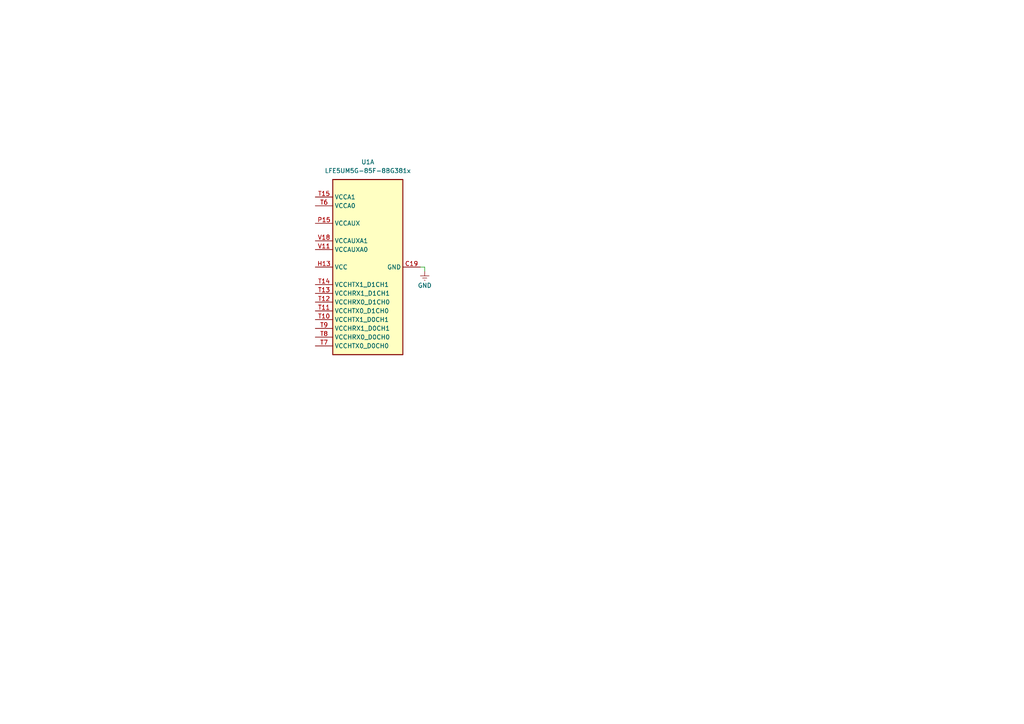
<source format=kicad_sch>
(kicad_sch (version 20250114) (generator "eeschema") (generator_version "9.0")
  (paper "A4")
  (lib_symbols
    (symbol "FPGA_Lattice:LFE5UM5G-85F-8BG381x"
      (property "Reference" "U" (at 24.13 16.51 0))
      (property "Value" "LFE5UM5G-85F-8BG381x" (at 24.13 13.97 0))
      (symbol "LFE5UM5G-85F-8BG381x_1_1"
        (rectangle (start -25.4 10.16) (end 25.4 -10.16) (stroke (width 0.3048)) (fill (type background)))
        (pin power_in line (at -22.86 15.24 270) (length 5.08) (name "VCCHTX0_D0CH0") (number "T7"))
        (pin power_in line (at -20.32 15.24 270) (length 5.08) (name "VCCHRX0_D0CH0") (number "T8"))
        (pin power_in line (at -17.78 15.24 270) (length 5.08) (name "VCCHRX1_D0CH1") (number "T9"))
        (pin power_in line (at -15.24 15.24 270) (length 5.08) (name "VCCHTX1_D0CH1") (number "T10"))
        (pin power_in line (at -12.7 15.24 270) (length 5.08) (name "VCCHTX0_D1CH0") (number "T11"))
        (pin power_in line (at -10.16 15.24 270) (length 5.08) (name "VCCHRX0_D1CH0") (number "T12"))
        (pin power_in line (at -7.62 15.24 270) (length 5.08) (name "VCCHRX1_D1CH1") (number "T13"))
        (pin power_in line (at -5.08 15.24 270) (length 5.08) (name "VCCHTX1_D1CH1") (number "T14"))
        (pin passive line (at 0 15.24 270) (length 5.08) (hide yes) (name "VCC") (number "H10"))
        (pin passive line (at 0 15.24 270) (length 5.08) (hide yes) (name "VCC") (number "H11"))
        (pin passive line (at 0 15.24 270) (length 5.08) (hide yes) (name "VCC") (number "H12"))
        (pin power_in line (at 0 15.24 270) (length 5.08) (name "VCC") (number "H13"))
        (pin passive line (at 0 15.24 270) (length 5.08) (hide yes) (name "VCC") (number "H8"))
        (pin passive line (at 0 15.24 270) (length 5.08) (hide yes) (name "VCC") (number "H9"))
        (pin passive line (at 0 15.24 270) (length 5.08) (hide yes) (name "VCC") (number "J13"))
        (pin passive line (at 0 15.24 270) (length 5.08) (hide yes) (name "VCC") (number "J8"))
        (pin passive line (at 0 15.24 270) (length 5.08) (hide yes) (name "VCC") (number "K13"))
        (pin passive line (at 0 15.24 270) (length 5.08) (hide yes) (name "VCC") (number "K8"))
        (pin passive line (at 0 15.24 270) (length 5.08) (hide yes) (name "VCC") (number "L13"))
        (pin passive line (at 0 15.24 270) (length 5.08) (hide yes) (name "VCC") (number "L8"))
        (pin passive line (at 0 15.24 270) (length 5.08) (hide yes) (name "VCC") (number "M13"))
        (pin passive line (at 0 15.24 270) (length 5.08) (hide yes) (name "VCC") (number "M8"))
        (pin passive line (at 0 15.24 270) (length 5.08) (hide yes) (name "VCC") (number "N10"))
        (pin passive line (at 0 15.24 270) (length 5.08) (hide yes) (name "VCC") (number "N11"))
        (pin passive line (at 0 15.24 270) (length 5.08) (hide yes) (name "VCC") (number "N12"))
        (pin passive line (at 0 15.24 270) (length 5.08) (hide yes) (name "VCC") (number "N13"))
        (pin passive line (at 0 15.24 270) (length 5.08) (hide yes) (name "VCC") (number "N8"))
        (pin passive line (at 0 15.24 270) (length 5.08) (hide yes) (name "VCC") (number "N9"))
        (pin passive line (at 0 -15.24 90) (length 5.08) (hide yes) (name "GND") (number "B14"))
        (pin passive line (at 0 -15.24 90) (length 5.08) (hide yes) (name "GND") (number "B7"))
        (pin power_in line (at 0 -15.24 90) (length 5.08) (name "GND") (number "C19"))
        (pin passive line (at 0 -15.24 90) (length 5.08) (hide yes) (name "GND") (number "D4"))
        (pin passive line (at 0 -15.24 90) (length 5.08) (hide yes) (name "GND") (number "F13"))
        (pin passive line (at 0 -15.24 90) (length 5.08) (hide yes) (name "GND") (number "F14"))
        (pin passive line (at 0 -15.24 90) (length 5.08) (hide yes) (name "GND") (number "F7"))
        (pin passive line (at 0 -15.24 90) (length 5.08) (hide yes) (name "GND") (number "F8"))
        (pin passive line (at 0 -15.24 90) (length 5.08) (hide yes) (name "GND") (number "G10"))
        (pin passive line (at 0 -15.24 90) (length 5.08) (hide yes) (name "GND") (number "G11"))
        (pin passive line (at 0 -15.24 90) (length 5.08) (hide yes) (name "GND") (number "G12"))
        (pin passive line (at 0 -15.24 90) (length 5.08) (hide yes) (name "GND") (number "G13"))
        (pin passive line (at 0 -15.24 90) (length 5.08) (hide yes) (name "GND") (number "G14"))
        (pin passive line (at 0 -15.24 90) (length 5.08) (hide yes) (name "GND") (number "G15"))
        (pin passive line (at 0 -15.24 90) (length 5.08) (hide yes) (name "GND") (number "G17"))
        (pin passive line (at 0 -15.24 90) (length 5.08) (hide yes) (name "GND") (number "G4"))
        (pin passive line (at 0 -15.24 90) (length 5.08) (hide yes) (name "GND") (number "G6"))
        (pin passive line (at 0 -15.24 90) (length 5.08) (hide yes) (name "GND") (number "G7"))
        (pin passive line (at 0 -15.24 90) (length 5.08) (hide yes) (name "GND") (number "G8"))
        (pin passive line (at 0 -15.24 90) (length 5.08) (hide yes) (name "GND") (number "G9"))
        (pin passive line (at 0 -15.24 90) (length 5.08) (hide yes) (name "GND") (number "H19"))
        (pin passive line (at 0 -15.24 90) (length 5.08) (hide yes) (name "GND") (number "J10"))
        (pin passive line (at 0 -15.24 90) (length 5.08) (hide yes) (name "GND") (number "J11"))
        (pin passive line (at 0 -15.24 90) (length 5.08) (hide yes) (name "GND") (number "J12"))
        (pin passive line (at 0 -15.24 90) (length 5.08) (hide yes) (name "GND") (number "J14"))
        (pin passive line (at 0 -15.24 90) (length 5.08) (hide yes) (name "GND") (number "J2"))
        (pin passive line (at 0 -15.24 90) (length 5.08) (hide yes) (name "GND") (number "J7"))
        (pin passive line (at 0 -15.24 90) (length 5.08) (hide yes) (name "GND") (number "J9"))
        (pin passive line (at 0 -15.24 90) (length 5.08) (hide yes) (name "GND") (number "K10"))
        (pin passive line (at 0 -15.24 90) (length 5.08) (hide yes) (name "GND") (number "K11"))
        (pin passive line (at 0 -15.24 90) (length 5.08) (hide yes) (name "GND") (number "K12"))
        (pin passive line (at 0 -15.24 90) (length 5.08) (hide yes) (name "GND") (number "K14"))
        (pin passive line (at 0 -15.24 90) (length 5.08) (hide yes) (name "GND") (number "K15"))
        (pin passive line (at 0 -15.24 90) (length 5.08) (hide yes) (name "GND") (number "K6"))
        (pin passive line (at 0 -15.24 90) (length 5.08) (hide yes) (name "GND") (number "K7"))
        (pin passive line (at 0 -15.24 90) (length 5.08) (hide yes) (name "GND") (number "K9"))
        (pin passive line (at 0 -15.24 90) (length 5.08) (hide yes) (name "GND") (number "L10"))
        (pin passive line (at 0 -15.24 90) (length 5.08) (hide yes) (name "GND") (number "L11"))
        (pin passive line (at 0 -15.24 90) (length 5.08) (hide yes) (name "GND") (number "L12"))
        (pin passive line (at 0 -15.24 90) (length 5.08) (hide yes) (name "GND") (number "L9"))
        (pin passive line (at 0 -15.24 90) (length 5.08) (hide yes) (name "GND") (number "M10"))
        (pin passive line (at 0 -15.24 90) (length 5.08) (hide yes) (name "GND") (number "M11"))
        (pin passive line (at 0 -15.24 90) (length 5.08) (hide yes) (name "GND") (number "M12"))
        (pin passive line (at 0 -15.24 90) (length 5.08) (hide yes) (name "GND") (number "M14"))
        (pin passive line (at 0 -15.24 90) (length 5.08) (hide yes) (name "GND") (number "M16"))
        (pin passive line (at 0 -15.24 90) (length 5.08) (hide yes) (name "GND") (number "M2"))
        (pin passive line (at 0 -15.24 90) (length 5.08) (hide yes) (name "GND") (number "M7"))
        (pin passive line (at 0 -15.24 90) (length 5.08) (hide yes) (name "GND") (number "M9"))
        (pin passive line (at 0 -15.24 90) (length 5.08) (hide yes) (name "GND") (number "N14"))
        (pin passive line (at 0 -15.24 90) (length 5.08) (hide yes) (name "GND") (number "N15"))
        (pin passive line (at 0 -15.24 90) (length 5.08) (hide yes) (name "GND") (number "N6"))
        (pin passive line (at 0 -15.24 90) (length 5.08) (hide yes) (name "GND") (number "N7"))
        (pin passive line (at 0 -15.24 90) (length 5.08) (hide yes) (name "GND") (number "P11"))
        (pin passive line (at 0 -15.24 90) (length 5.08) (hide yes) (name "GND") (number "P12"))
        (pin passive line (at 0 -15.24 90) (length 5.08) (hide yes) (name "GND") (number "P13"))
        (pin passive line (at 0 -15.24 90) (length 5.08) (hide yes) (name "GND") (number "P14"))
        (pin passive line (at 0 -15.24 90) (length 5.08) (hide yes) (name "GND") (number "P7"))
        (pin passive line (at 0 -15.24 90) (length 5.08) (hide yes) (name "GND") (number "P8"))
        (pin passive line (at 0 -15.24 90) (length 5.08) (hide yes) (name "GND") (number "R19"))
        (pin passive line (at 0 -15.24 90) (length 5.08) (hide yes) (name "GND") (number "U10"))
        (pin passive line (at 0 -15.24 90) (length 5.08) (hide yes) (name "GND") (number "U11"))
        (pin passive line (at 0 -15.24 90) (length 5.08) (hide yes) (name "GND") (number "U12"))
        (pin passive line (at 0 -15.24 90) (length 5.08) (hide yes) (name "GND") (number "U13"))
        (pin passive line (at 0 -15.24 90) (length 5.08) (hide yes) (name "GND") (number "U14"))
        (pin passive line (at 0 -15.24 90) (length 5.08) (hide yes) (name "GND") (number "U7"))
        (pin passive line (at 0 -15.24 90) (length 5.08) (hide yes) (name "GND") (number "U8"))
        (pin passive line (at 0 -15.24 90) (length 5.08) (hide yes) (name "GND") (number "U9"))
        (pin passive line (at 0 -15.24 90) (length 5.08) (hide yes) (name "GND") (number "V12"))
        (pin passive line (at 0 -15.24 90) (length 5.08) (hide yes) (name "GND") (number "V13"))
        (pin passive line (at 0 -15.24 90) (length 5.08) (hide yes) (name "GND") (number "V14"))
        (pin passive line (at 0 -15.24 90) (length 5.08) (hide yes) (name "GND") (number "V15"))
        (pin passive line (at 0 -15.24 90) (length 5.08) (hide yes) (name "GND") (number "V16"))
        (pin passive line (at 0 -15.24 90) (length 5.08) (hide yes) (name "GND") (number "V19"))
        (pin passive line (at 0 -15.24 90) (length 5.08) (hide yes) (name "GND") (number "V20"))
        (pin passive line (at 0 -15.24 90) (length 5.08) (hide yes) (name "GND") (number "V5"))
        (pin passive line (at 0 -15.24 90) (length 5.08) (hide yes) (name "GND") (number "V6"))
        (pin passive line (at 0 -15.24 90) (length 5.08) (hide yes) (name "GND") (number "V7"))
        (pin passive line (at 0 -15.24 90) (length 5.08) (hide yes) (name "GND") (number "V8"))
        (pin passive line (at 0 -15.24 90) (length 5.08) (hide yes) (name "GND") (number "V9"))
        (pin passive line (at 0 -15.24 90) (length 5.08) (hide yes) (name "GND") (number "W12"))
        (pin passive line (at 0 -15.24 90) (length 5.08) (hide yes) (name "GND") (number "W15"))
        (pin passive line (at 0 -15.24 90) (length 5.08) (hide yes) (name "GND") (number "W16"))
        (pin passive line (at 0 -15.24 90) (length 5.08) (hide yes) (name "GND") (number "W19"))
        (pin passive line (at 0 -15.24 90) (length 5.08) (hide yes) (name "GND") (number "W6"))
        (pin passive line (at 0 -15.24 90) (length 5.08) (hide yes) (name "GND") (number "W7"))
        (pin passive line (at 5.08 15.24 270) (length 5.08) (hide yes) (name "VCCAUXA0") (number "V10"))
        (pin power_in line (at 5.08 15.24 270) (length 5.08) (name "VCCAUXA0") (number "V11"))
        (pin passive line (at 7.62 15.24 270) (length 5.08) (hide yes) (name "VCCAUXA1") (number "V17"))
        (pin power_in line (at 7.62 15.24 270) (length 5.08) (name "VCCAUXA1") (number "V18"))
        (pin passive line (at 12.7 15.24 270) (length 5.08) (hide yes) (name "VCCAUX") (number "F15"))
        (pin passive line (at 12.7 15.24 270) (length 5.08) (hide yes) (name "VCCAUX") (number "F6"))
        (pin power_in line (at 12.7 15.24 270) (length 5.08) (name "VCCAUX") (number "P15"))
        (pin passive line (at 12.7 15.24 270) (length 5.08) (hide yes) (name "VCCAUX") (number "P6"))
        (pin power_in line (at 17.78 15.24 270) (length 5.08) (name "VCCA0") (number "T6"))
        (pin passive line (at 17.78 15.24 270) (length 5.08) (hide yes) (name "VCCA0") (number "U6"))
        (pin power_in line (at 20.32 15.24 270) (length 5.08) (name "VCCA1") (number "T15"))
        (pin passive line (at 20.32 15.24 270) (length 5.08) (hide yes) (name "VCCA1") (number "U15"))
      )
      (symbol "LFE5UM5G-85F-8BG381x_2_1"
        (rectangle (start -5.08 40.64) (end 5.08 -40.64) (stroke (width 0.3048)) (fill (type background)))
        (pin bidirectional line (at -10.16 30.48 0) (length 5.08) (name "PT4A") (number "A6"))
        (pin bidirectional line (at -10.16 27.94 0) (length 5.08) (name "PT4B") (number "B6"))
        (pin bidirectional line (at -10.16 25.4 0) (length 5.08) (name "PT6A") (number "E6"))
        (pin bidirectional line (at -10.16 22.86 0) (length 5.08) (name "PT6B") (number "D6"))
        (pin bidirectional line (at -10.16 20.32 0) (length 5.08) (name "PT9A") (number "E7"))
        (pin bidirectional line (at -10.16 17.78 0) (length 5.08) (name "PT9B") (number "D7"))
        (pin bidirectional line (at -10.16 15.24 0) (length 5.08) (name "PT11A") (number "C6"))
        (pin bidirectional line (at -10.16 12.7 0) (length 5.08) (name "PT11B") (number "C7"))
        (pin bidirectional line (at -10.16 10.16 0) (length 5.08) (name "PT13A") (number "E8"))
        (pin bidirectional line (at -10.16 7.62 0) (length 5.08) (name "PT13B") (number "D8"))
        (pin bidirectional line (at -10.16 5.08 0) (length 5.08) (name "PT15A") (number "C8"))
        (pin bidirectional line (at -10.16 2.54 0) (length 5.08) (name "PT15B") (number "B8"))
        (pin bidirectional line (at -10.16 0 0) (length 5.08) (name "PT18A") (number "A7"))
        (pin bidirectional line (at -10.16 -2.54 0) (length 5.08) (name "PT18B") (number "A8"))
        (pin bidirectional line (at -10.16 -5.08 0) (length 5.08) (name "PT20A") (number "D9"))
        (pin bidirectional line (at -10.16 -7.62 0) (length 5.08) (name "PT20B") (number "E9"))
        (pin bidirectional line (at -10.16 -10.16 0) (length 5.08) (name "PT54A") (number "C9"))
        (pin bidirectional line (at -10.16 -12.7 0) (length 5.08) (name "PT56A") (number "D10"))
        (pin bidirectional line (at -10.16 -15.24 0) (length 5.08) (name "PT56B") (number "E10"))
        (pin bidirectional line (at -10.16 -17.78 0) (length 5.08) (name "PT58A") (number "B9"))
        (pin bidirectional line (at -10.16 -20.32 0) (length 5.08) (name "PT58B") (number "C10"))
        (pin bidirectional line (at -10.16 -22.86 0) (length 5.08) (name "PT60A") (number "A9"))
        (pin bidirectional line (at -10.16 -25.4 0) (length 5.08) (name "PT60B") (number "B10"))
        (pin bidirectional line (at -10.16 -27.94 0) (length 5.08) (name "PT63A") (number "A10"))
        (pin bidirectional line (at -10.16 -30.48 0) (length 5.08) (name "PT63B") (number "A11"))
        (pin bidirectional line (at -10.16 -33.02 0) (length 5.08) (name "PT65A") (number "B11"))
        (pin bidirectional line (at -10.16 -35.56 0) (length 5.08) (name "PT65B") (number "C11"))
        (pin power_in line (at 0 45.72 270) (length 5.08) (name "VCCIO0") (number "F10"))
        (pin passive line (at 0 45.72 270) (length 5.08) (hide yes) (name "VCCIO0") (number "F9"))
      )
      (symbol "LFE5UM5G-85F-8BG381x_3_1"
        (rectangle (start -5.08 48.26) (end 5.08 -48.26) (stroke (width 0.3048)) (fill (type background)))
        (pin bidirectional line (at -10.16 38.1 0) (length 5.08) (name "PT69A") (number "D11"))
        (pin bidirectional line (at -10.16 35.56 0) (length 5.08) (name "PT69B") (number "E11"))
        (pin bidirectional line (at -10.16 33.02 0) (length 5.08) (name "PT71A") (number "B12"))
        (pin bidirectional line (at -10.16 30.48 0) (length 5.08) (name "PT71B") (number "C12"))
        (pin bidirectional line (at -10.16 27.94 0) (length 5.08) (name "PT74A") (number "D12"))
        (pin bidirectional line (at -10.16 25.4 0) (length 5.08) (name "PT74B") (number "E12"))
        (pin bidirectional line (at -10.16 22.86 0) (length 5.08) (name "PT76A") (number "A12"))
        (pin bidirectional line (at -10.16 20.32 0) (length 5.08) (name "PT76B") (number "A13"))
        (pin bidirectional line (at -10.16 17.78 0) (length 5.08) (name "PT78A") (number "B13"))
        (pin bidirectional line (at -10.16 15.24 0) (length 5.08) (name "PT78B") (number "C13"))
        (pin bidirectional line (at -10.16 12.7 0) (length 5.08) (name "PT80A") (number "D13"))
        (pin bidirectional line (at -10.16 10.16 0) (length 5.08) (name "PT80B") (number "E13"))
        (pin bidirectional line (at -10.16 7.62 0) (length 5.08) (name "PT83A") (number "A14"))
        (pin bidirectional line (at -10.16 5.08 0) (length 5.08) (name "PT83B") (number "C14"))
        (pin bidirectional line (at -10.16 2.54 0) (length 5.08) (name "PT85A") (number "D14"))
        (pin bidirectional line (at -10.16 0 0) (length 5.08) (name "PT85B") (number "E14"))
        (pin bidirectional line (at -10.16 -2.54 0) (length 5.08) (name "PT103A") (number "A15"))
        (pin bidirectional line (at -10.16 -5.08 0) (length 5.08) (name "PT105A") (number "B15"))
        (pin bidirectional line (at -10.16 -7.62 0) (length 5.08) (name "PT105B") (number "C15"))
        (pin bidirectional line (at -10.16 -10.16 0) (length 5.08) (name "PT107A") (number "D15"))
        (pin bidirectional line (at -10.16 -12.7 0) (length 5.08) (name "PT107B") (number "E15"))
        (pin bidirectional line (at -10.16 -15.24 0) (length 5.08) (name "PT110A") (number "A16"))
        (pin bidirectional line (at -10.16 -17.78 0) (length 5.08) (name "PT110B") (number "B16"))
        (pin bidirectional line (at -10.16 -20.32 0) (length 5.08) (name "PT112A") (number "C16"))
        (pin bidirectional line (at -10.16 -22.86 0) (length 5.08) (name "PT112B") (number "D16"))
        (pin bidirectional line (at -10.16 -25.4 0) (length 5.08) (name "PT114A") (number "B17"))
        (pin bidirectional line (at -10.16 -27.94 0) (length 5.08) (name "PT114B") (number "C17"))
        (pin bidirectional line (at -10.16 -30.48 0) (length 5.08) (name "PT116A") (number "A17"))
        (pin bidirectional line (at -10.16 -33.02 0) (length 5.08) (name "PT116B") (number "B18"))
        (pin bidirectional line (at -10.16 -35.56 0) (length 5.08) (name "PT119A") (number "A18"))
        (pin bidirectional line (at -10.16 -38.1 0) (length 5.08) (name "PT119B") (number "B19"))
        (pin bidirectional line (at -10.16 -40.64 0) (length 5.08) (name "PT121A") (number "A19"))
        (pin bidirectional line (at -10.16 -43.18 0) (length 5.08) (name "PT121B") (number "B20"))
        (pin passive line (at 0 53.34 270) (length 5.08) (hide yes) (name "VCCIO1") (number "F11"))
        (pin power_in line (at 0 53.34 270) (length 5.08) (name "VCCIO1") (number "F12"))
      )
      (symbol "LFE5UM5G-85F-8BG381x_4_1"
        (rectangle (start -5.08 48.26) (end 5.08 -48.26) (stroke (width 0.3048)) (fill (type background)))
        (pin bidirectional line (at -10.16 38.1 0) (length 5.08) (name "PR11A") (number "C18"))
        (pin bidirectional line (at -10.16 35.56 0) (length 5.08) (name "PR11B") (number "D17"))
        (pin bidirectional line (at -10.16 33.02 0) (length 5.08) (name "PR11C") (number "E16"))
        (pin bidirectional line (at -10.16 30.48 0) (length 5.08) (name "PR11D") (number "F16"))
        (pin bidirectional line (at -10.16 27.94 0) (length 5.08) (name "PR14A") (number "D18"))
        (pin bidirectional line (at -10.16 25.4 0) (length 5.08) (name "PR14B") (number "E17"))
        (pin bidirectional line (at -10.16 22.86 0) (length 5.08) (name "PR14C") (number "E18"))
        (pin bidirectional line (at -10.16 20.32 0) (length 5.08) (name "PR14D") (number "F18"))
        (pin bidirectional line (at -10.16 17.78 0) (length 5.08) (name "PR17A") (number "F17"))
        (pin bidirectional line (at -10.16 15.24 0) (length 5.08) (name "PR17B") (number "G18"))
        (pin bidirectional line (at -10.16 12.7 0) (length 5.08) (name "PR17C") (number "G16"))
        (pin bidirectional line (at -10.16 10.16 0) (length 5.08) (name "PR17D") (number "H16"))
        (pin bidirectional line (at -10.16 7.62 0) (length 5.08) (name "PR20A") (number "H18"))
        (pin bidirectional line (at -10.16 5.08 0) (length 5.08) (name "PR20B") (number "H17"))
        (pin bidirectional line (at -10.16 2.54 0) (length 5.08) (name "PR20C") (number "J17"))
        (pin bidirectional line (at -10.16 0 0) (length 5.08) (name "PR20D") (number "J16"))
        (pin bidirectional line (at -10.16 -2.54 0) (length 5.08) (name "PR29A") (number "K16"))
        (pin bidirectional line (at -10.16 -5.08 0) (length 5.08) (name "PR29B") (number "K17"))
        (pin bidirectional line (at -10.16 -7.62 0) (length 5.08) (name "PR35A") (number "C20"))
        (pin bidirectional line (at -10.16 -10.16 0) (length 5.08) (name "PR35B") (number "D19"))
        (pin bidirectional line (at -10.16 -12.7 0) (length 5.08) (name "PR35C") (number "D20"))
        (pin bidirectional line (at -10.16 -15.24 0) (length 5.08) (name "PR35D") (number "E19"))
        (pin bidirectional line (at -10.16 -17.78 0) (length 5.08) (name "PR38A") (number "E20"))
        (pin bidirectional line (at -10.16 -20.32 0) (length 5.08) (name "PR38B") (number "F19"))
        (pin bidirectional line (at -10.16 -22.86 0) (length 5.08) (name "PR38C") (number "F20"))
        (pin bidirectional line (at -10.16 -25.4 0) (length 5.08) (name "PR38D") (number "G20"))
        (pin bidirectional line (at -10.16 -27.94 0) (length 5.08) (name "PR41A") (number "G19"))
        (pin bidirectional line (at -10.16 -30.48 0) (length 5.08) (name "PR41B") (number "H20"))
        (pin bidirectional line (at -10.16 -33.02 0) (length 5.08) (name "PR41C") (number "J18"))
        (pin bidirectional line (at -10.16 -35.56 0) (length 5.08) (name "PR41D") (number "K18"))
        (pin bidirectional line (at -10.16 -38.1 0) (length 5.08) (name "PR44A") (number "J19"))
        (pin bidirectional line (at -10.16 -40.64 0) (length 5.08) (name "PR44B") (number "K19"))
        (pin bidirectional line (at -10.16 -43.18 0) (length 5.08) (name "PR44C") (number "J20"))
        (pin bidirectional line (at -10.16 -45.72 0) (length 5.08) (name "PR44D") (number "K20"))
        (pin passive line (at 0 53.34 270) (length 5.08) (hide yes) (name "VCCIO2") (number "H14"))
        (pin power_in line (at 0 53.34 270) (length 5.08) (name "VCCIO2") (number "H15"))
        (pin passive line (at 0 53.34 270) (length 5.08) (hide yes) (name "VCCIO2") (number "J15"))
      )
      (symbol "LFE5UM5G-85F-8BG381x_5_1"
        (rectangle (start -5.08 48.26) (end 5.08 -48.26) (stroke (width 0.3048)) (fill (type background)))
        (pin bidirectional line (at -10.16 38.1 0) (length 5.08) (name "PR47A") (number "L20"))
        (pin bidirectional line (at -10.16 35.56 0) (length 5.08) (name "PR47B") (number "M20"))
        (pin bidirectional line (at -10.16 33.02 0) (length 5.08) (name "PR47C") (number "L19"))
        (pin bidirectional line (at -10.16 30.48 0) (length 5.08) (name "PR47D") (number "M19"))
        (pin bidirectional line (at -10.16 27.94 0) (length 5.08) (name "PR50A") (number "L16"))
        (pin bidirectional line (at -10.16 25.4 0) (length 5.08) (name "PR50B") (number "L17"))
        (pin bidirectional line (at -10.16 22.86 0) (length 5.08) (name "PR50C") (number "L18"))
        (pin bidirectional line (at -10.16 20.32 0) (length 5.08) (name "PR50D") (number "M18"))
        (pin bidirectional line (at -10.16 17.78 0) (length 5.08) (name "PR53A") (number "N16"))
        (pin bidirectional line (at -10.16 15.24 0) (length 5.08) (name "PR53B") (number "M17"))
        (pin bidirectional line (at -10.16 12.7 0) (length 5.08) (name "PR53C") (number "N18"))
        (pin bidirectional line (at -10.16 10.16 0) (length 5.08) (name "PR53D") (number "P17"))
        (pin bidirectional line (at -10.16 7.62 0) (length 5.08) (name "PR56A") (number "N17"))
        (pin bidirectional line (at -10.16 5.08 0) (length 5.08) (name "PR56B") (number "P16"))
        (pin bidirectional line (at -10.16 2.54 0) (length 5.08) (name "PR56C") (number "R16"))
        (pin bidirectional line (at -10.16 0 0) (length 5.08) (name "PR56D") (number "R17"))
        (pin bidirectional line (at -10.16 -2.54 0) (length 5.08) (name "PR77A") (number "T16"))
        (pin bidirectional line (at -10.16 -5.08 0) (length 5.08) (name "PR83A") (number "N19"))
        (pin bidirectional line (at -10.16 -7.62 0) (length 5.08) (name "PR83B") (number "N20"))
        (pin bidirectional line (at -10.16 -10.16 0) (length 5.08) (name "PR83C") (number "P19"))
        (pin bidirectional line (at -10.16 -12.7 0) (length 5.08) (name "PR83D") (number "P18"))
        (pin bidirectional line (at -10.16 -15.24 0) (length 5.08) (name "PR86A") (number "P20"))
        (pin bidirectional line (at -10.16 -17.78 0) (length 5.08) (name "PR86B") (number "R20"))
        (pin bidirectional line (at -10.16 -20.32 0) (length 5.08) (name "PR86C") (number "T20"))
        (pin bidirectional line (at -10.16 -22.86 0) (length 5.08) (name "PR86D") (number "U20"))
        (pin bidirectional line (at -10.16 -25.4 0) (length 5.08) (name "PR89A") (number "T19"))
        (pin bidirectional line (at -10.16 -27.94 0) (length 5.08) (name "PR89B") (number "R18"))
        (pin bidirectional line (at -10.16 -30.48 0) (length 5.08) (name "PR89C") (number "U19"))
        (pin bidirectional line (at -10.16 -33.02 0) (length 5.08) (name "PR89D") (number "T18"))
        (pin bidirectional line (at -10.16 -35.56 0) (length 5.08) (name "PR92A") (number "U18"))
        (pin bidirectional line (at -10.16 -38.1 0) (length 5.08) (name "PR92B") (number "U17"))
        (pin bidirectional line (at -10.16 -40.64 0) (length 5.08) (name "PR92C") (number "U16"))
        (pin bidirectional line (at -10.16 -43.18 0) (length 5.08) (name "PR92D") (number "T17"))
        (pin passive line (at 0 53.34 270) (length 5.08) (hide yes) (name "VCCIO3") (number "L14"))
        (pin power_in line (at 0 53.34 270) (length 5.08) (name "VCCIO3") (number "L15"))
        (pin passive line (at 0 53.34 270) (length 5.08) (hide yes) (name "VCCIO3") (number "M15"))
      )
      (symbol "LFE5UM5G-85F-8BG381x_6_1"
        (rectangle (start -5.08 48.26) (end 5.08 -48.26) (stroke (width 0.3048)) (fill (type background)))
        (pin bidirectional line (at -10.16 38.1 0) (length 5.08) (name "PL47A") (number "G2"))
        (pin bidirectional line (at -10.16 35.56 0) (length 5.08) (name "PL47B") (number "F1"))
        (pin bidirectional line (at -10.16 33.02 0) (length 5.08) (name "PL47C") (number "H2"))
        (pin bidirectional line (at -10.16 30.48 0) (length 5.08) (name "PL47D") (number "G1"))
        (pin bidirectional line (at -10.16 27.94 0) (length 5.08) (name "PL50A") (number "J4"))
        (pin bidirectional line (at -10.16 25.4 0) (length 5.08) (name "PL50B") (number "J5"))
        (pin bidirectional line (at -10.16 22.86 0) (length 5.08) (name "PL50C") (number "J3"))
        (pin bidirectional line (at -10.16 20.32 0) (length 5.08) (name "PL50D") (number "K3"))
        (pin bidirectional line (at -10.16 17.78 0) (length 5.08) (name "PL53A") (number "K2"))
        (pin bidirectional line (at -10.16 15.24 0) (length 5.08) (name "PL53B") (number "J1"))
        (pin bidirectional line (at -10.16 12.7 0) (length 5.08) (name "PL53C") (number "H1"))
        (pin bidirectional line (at -10.16 10.16 0) (length 5.08) (name "PL53D") (number "K1"))
        (pin bidirectional line (at -10.16 7.62 0) (length 5.08) (name "PL56A") (number "K4"))
        (pin bidirectional line (at -10.16 5.08 0) (length 5.08) (name "PL56B") (number "K5"))
        (pin bidirectional line (at -10.16 2.54 0) (length 5.08) (name "PL56C") (number "L4"))
        (pin bidirectional line (at -10.16 0 0) (length 5.08) (name "PL56D") (number "L5"))
        (pin bidirectional line (at -10.16 -2.54 0) (length 5.08) (name "PL77A") (number "M5"))
        (pin bidirectional line (at -10.16 -5.08 0) (length 5.08) (name "PL83A") (number "M4"))
        (pin bidirectional line (at -10.16 -7.62 0) (length 5.08) (name "PL83B") (number "N5"))
        (pin bidirectional line (at -10.16 -10.16 0) (length 5.08) (name "PL83C") (number "N4"))
        (pin bidirectional line (at -10.16 -12.7 0) (length 5.08) (name "PL83D") (number "P5"))
        (pin bidirectional line (at -10.16 -15.24 0) (length 5.08) (name "PL86A") (number "N3"))
        (pin bidirectional line (at -10.16 -17.78 0) (length 5.08) (name "PL86B") (number "M3"))
        (pin bidirectional line (at -10.16 -20.32 0) (length 5.08) (name "PL86C") (number "L3"))
        (pin bidirectional line (at -10.16 -22.86 0) (length 5.08) (name "PL86D") (number "L2"))
        (pin bidirectional line (at -10.16 -25.4 0) (length 5.08) (name "PL89A") (number "N2"))
        (pin bidirectional line (at -10.16 -27.94 0) (length 5.08) (name "PL89B") (number "M1"))
        (pin bidirectional line (at -10.16 -30.48 0) (length 5.08) (name "PL89C") (number "L1"))
        (pin bidirectional line (at -10.16 -33.02 0) (length 5.08) (name "PL89D") (number "N1"))
        (pin bidirectional line (at -10.16 -35.56 0) (length 5.08) (name "PL92A") (number "P1"))
        (pin bidirectional line (at -10.16 -38.1 0) (length 5.08) (name "PL92B") (number "P2"))
        (pin bidirectional line (at -10.16 -40.64 0) (length 5.08) (name "PL92C") (number "P3"))
        (pin bidirectional line (at -10.16 -43.18 0) (length 5.08) (name "PL92D") (number "P4"))
        (pin passive line (at 0 53.34 270) (length 5.08) (hide yes) (name "VCCIO6") (number "L6"))
        (pin power_in line (at 0 53.34 270) (length 5.08) (name "VCCIO6") (number "L7"))
        (pin passive line (at 0 53.34 270) (length 5.08) (hide yes) (name "VCCIO6") (number "M6"))
      )
      (symbol "LFE5UM5G-85F-8BG381x_7_1"
        (rectangle (start -5.08 45.72) (end 5.08 -45.72) (stroke (width 0.3048)) (fill (type background)))
        (pin bidirectional line (at -10.16 35.56 0) (length 5.08) (name "PL11A") (number "A4"))
        (pin bidirectional line (at -10.16 33.02 0) (length 5.08) (name "PL11B") (number "A5"))
        (pin bidirectional line (at -10.16 30.48 0) (length 5.08) (name "PL11C") (number "B5"))
        (pin bidirectional line (at -10.16 27.94 0) (length 5.08) (name "PL11D") (number "C5"))
        (pin bidirectional line (at -10.16 25.4 0) (length 5.08) (name "PL14A") (number "C4"))
        (pin bidirectional line (at -10.16 22.86 0) (length 5.08) (name "PL14B") (number "B4"))
        (pin bidirectional line (at -10.16 20.32 0) (length 5.08) (name "PL14C") (number "A3"))
        (pin bidirectional line (at -10.16 17.78 0) (length 5.08) (name "PL14D") (number "B3"))
        (pin bidirectional line (at -10.16 15.24 0) (length 5.08) (name "PL17A") (number "E4"))
        (pin bidirectional line (at -10.16 12.7 0) (length 5.08) (name "PL17B") (number "D5"))
        (pin bidirectional line (at -10.16 10.16 0) (length 5.08) (name "PL17C") (number "C3"))
        (pin bidirectional line (at -10.16 7.62 0) (length 5.08) (name "PL17D") (number "D3"))
        (pin bidirectional line (at -10.16 5.08 0) (length 5.08) (name "PL20A") (number "F4"))
        (pin bidirectional line (at -10.16 2.54 0) (length 5.08) (name "PL20B") (number "E3"))
        (pin bidirectional line (at -10.16 0 0) (length 5.08) (name "PL20C") (number "E5"))
        (pin bidirectional line (at -10.16 -2.54 0) (length 5.08) (name "PL20D") (number "F5"))
        (pin bidirectional line (at -10.16 -5.08 0) (length 5.08) (name "PL35A") (number "A2"))
        (pin bidirectional line (at -10.16 -7.62 0) (length 5.08) (name "PL35B") (number "B1"))
        (pin bidirectional line (at -10.16 -10.16 0) (length 5.08) (name "PL35C") (number "B2"))
        (pin bidirectional line (at -10.16 -12.7 0) (length 5.08) (name "PL35D") (number "C2"))
        (pin bidirectional line (at -10.16 -15.24 0) (length 5.08) (name "PL38A") (number "C1"))
        (pin bidirectional line (at -10.16 -17.78 0) (length 5.08) (name "PL38B") (number "D1"))
        (pin bidirectional line (at -10.16 -20.32 0) (length 5.08) (name "PL38C") (number "D2"))
        (pin bidirectional line (at -10.16 -22.86 0) (length 5.08) (name "PL38D") (number "E1"))
        (pin bidirectional line (at -10.16 -25.4 0) (length 5.08) (name "PL41A") (number "H4"))
        (pin bidirectional line (at -10.16 -27.94 0) (length 5.08) (name "PL41B") (number "G5"))
        (pin bidirectional line (at -10.16 -30.48 0) (length 5.08) (name "PL41C") (number "H5"))
        (pin bidirectional line (at -10.16 -33.02 0) (length 5.08) (name "PL41D") (number "H3"))
        (pin bidirectional line (at -10.16 -35.56 0) (length 5.08) (name "PL44A") (number "G3"))
        (pin bidirectional line (at -10.16 -38.1 0) (length 5.08) (name "PL44B") (number "F3"))
        (pin bidirectional line (at -10.16 -40.64 0) (length 5.08) (name "PL44C") (number "F2"))
        (pin bidirectional line (at -10.16 -43.18 0) (length 5.08) (name "PL44D") (number "E2"))
        (pin passive line (at 0 50.8 270) (length 5.08) (hide yes) (name "VCCIO7") (number "H6"))
        (pin power_in line (at 0 50.8 270) (length 5.08) (name "VCCIO7") (number "H7"))
        (pin passive line (at 0 50.8 270) (length 5.08) (hide yes) (name "VCCIO7") (number "J6"))
      )
      (symbol "LFE5UM5G-85F-8BG381x_8_1"
        (rectangle (start -5.08 22.86) (end 5.08 -22.86) (stroke (width 0.3048)) (fill (type background)))
        (pin bidirectional line (at -10.16 12.7 0) (length 5.08) (name "PB4A") (number "R1"))
        (pin bidirectional line (at -10.16 10.16 0) (length 5.08) (name "PB4B") (number "T1"))
        (pin bidirectional line (at -10.16 7.62 0) (length 5.08) (name "PB6A") (number "U1"))
        (pin bidirectional line (at -10.16 5.08 0) (length 5.08) (name "PB6B") (number "V1"))
        (pin bidirectional line (at -10.16 2.54 0) (length 5.08) (name "PB9A") (number "W1"))
        (pin bidirectional line (at -10.16 0 0) (length 5.08) (name "PB9B") (number "Y2"))
        (pin bidirectional line (at -10.16 -2.54 0) (length 5.08) (name "PB11A") (number "V2"))
        (pin bidirectional line (at -10.16 -5.08 0) (length 5.08) (name "PB11B") (number "W2"))
        (pin bidirectional line (at -10.16 -7.62 0) (length 5.08) (name "PB13A") (number "T2"))
        (pin bidirectional line (at -10.16 -10.16 0) (length 5.08) (name "PB13B") (number "U2"))
        (pin bidirectional line (at -10.16 -12.7 0) (length 5.08) (name "PB15A") (number "R2"))
        (pin bidirectional line (at -10.16 -15.24 0) (length 5.08) (name "PB15B") (number "R3"))
        (pin bidirectional line (at -10.16 -17.78 0) (length 5.08) (name "PB18A") (number "T3"))
        (pin power_in line (at 0 27.94 270) (length 5.08) (name "VCCIO8") (number "P10"))
        (pin passive line (at 0 27.94 270) (length 5.08) (hide yes) (name "VCCIO8") (number "P9"))
      )
      (symbol "LFE5UM5G-85F-8BG381x_9_1"
        (rectangle (start -10.16 12.7) (end 10.16 -12.7) (stroke (width 0.3048)) (fill (type background)))
        (pin bidirectional line (at -15.24 10.16 0) (length 5.08) (name "CCLK") (number "U3"))
        (pin input line (at -15.24 5.08 0) (length 5.08) (name "~{PROGRAM}") (number "W3"))
        (pin open_collector line (at -15.24 2.54 0) (length 5.08) (name "~{INIT}") (number "V3"))
        (pin open_collector line (at -15.24 0 0) (length 5.08) (name "DONE") (number "Y3"))
        (pin input line (at -15.24 -5.08 0) (length 5.08) (name "CFG_0") (number "U4"))
        (pin input line (at -15.24 -7.62 0) (length 5.08) (name "CFG_1") (number "T4"))
        (pin input line (at -15.24 -10.16 0) (length 5.08) (name "CFG_2") (number "R4"))
        (pin no_connect line (at 10.16 -2.54 180) (length 5.08) (hide yes) (name "RESERVED") (number "W10"))
        (pin no_connect line (at 10.16 -5.08 180) (length 5.08) (hide yes) (name "RESERVED") (number "W11"))
        (pin output line (at 15.24 10.16 180) (length 5.08) (name "TDO") (number "V4"))
        (pin input line (at 15.24 7.62 180) (length 5.08) (name "TCK") (number "T5"))
        (pin input line (at 15.24 5.08 180) (length 5.08) (name "TDI") (number "R5"))
        (pin input line (at 15.24 2.54 180) (length 5.08) (name "TMS") (number "U5"))
      )
      (symbol "LFE5UM5G-85F-8BG381x_10_1"
        (rectangle (start -10.16 17.78) (end 10.16 -17.78) (stroke (width 0.3048)) (fill (type background)))
        (pin output line (at -15.24 15.24 0) (length 5.08) (name "HDTXP0_D0CH0") (number "W4"))
        (pin output line (at -15.24 12.7 0) (length 5.08) (name "HDTXN0_D0CH0") (number "W5"))
        (pin input line (at -15.24 10.16 0) (length 5.08) (name "HDRXP0_D0CH0") (number "Y5"))
        (pin input line (at -15.24 7.62 0) (length 5.08) (name "HDRXN0_D0CH0") (number "Y6"))
        (pin output line (at -15.24 2.54 0) (length 5.08) (name "HDTXP0_D0CH1") (number "W8"))
        (pin output line (at -15.24 0 0) (length 5.08) (name "HDTXN0_D0CH1") (number "W9"))
        (pin input line (at -15.24 -2.54 0) (length 5.08) (name "HDRXP0_D0CH1") (number "Y7"))
        (pin input line (at -15.24 -5.08 0) (length 5.08) (name "HDRXN0_D0CH1") (number "Y8"))
        (pin input line (at -15.24 -10.16 0) (length 5.08) (name "REFCLKP_D0") (number "Y11"))
        (pin input line (at -15.24 -12.7 0) (length 5.08) (name "REFCLKN_D0") (number "Y12"))
      )
      (symbol "LFE5UM5G-85F-8BG381x_11_1"
        (rectangle (start -10.16 17.78) (end 10.16 -17.78) (stroke (width 0.3048)) (fill (type background)))
        (pin output line (at -15.24 15.24 0) (length 5.08) (name "HDTXP0_D1CH0") (number "W13"))
        (pin output line (at -15.24 12.7 0) (length 5.08) (name "HDTXN0_D1CH0") (number "W14"))
        (pin input line (at -15.24 10.16 0) (length 5.08) (name "HDRXP0_D1CH0") (number "Y14"))
        (pin input line (at -15.24 7.62 0) (length 5.08) (name "HDRXN0_D1CH0") (number "Y15"))
        (pin output line (at -15.24 2.54 0) (length 5.08) (name "HDTXP0_D1CH1") (number "W17"))
        (pin output line (at -15.24 0 0) (length 5.08) (name "HDTXN0_D1CH1") (number "W18"))
        (pin input line (at -15.24 -2.54 0) (length 5.08) (name "HDRXP0_D1CH1") (number "Y16"))
        (pin input line (at -15.24 -5.08 0) (length 5.08) (name "HDRXN0_D1CH1") (number "Y17"))
        (pin input line (at -15.24 -10.16 0) (length 5.08) (name "REFCLKP_D1") (number "Y19"))
        (pin input line (at -15.24 -12.7 0) (length 5.08) (name "REFCLKN_D1") (number "W20"))
      )
    )
    (symbol "power:GNDREF" (power) (pin_numbers (hide yes)) (pin_names (offset 0) (hide yes))
      (property "Value" "GNDREF" (at 0 -3.81 0))
      (symbol "GNDREF_0_1"
        (polyline (pts (xy -0.635 -1.905) (xy 0.635 -1.905)))
        (polyline (pts (xy -0.127 -2.54) (xy 0.127 -2.54)))
        (polyline (pts (xy 0 -1.27) (xy 0 0)))
        (polyline (pts (xy 1.27 -1.27) (xy -1.27 -1.27)))
      )
      (symbol "GNDREF_1_1"
        (pin power_in line (at 0 0 270) (length 0) (name "~") (number "1"))
      )
    )
  )
  (wire (pts (xy 121.92 77.47) (xy 123.19 77.47)))
  (wire (pts (xy 123.19 77.47) (xy 123.19 78.74)))
  (symbol (lib_id "power:GNDREF") (at 123.19 78.74 0) (unit 1)
    (property "Reference" "#PWR01" (effects (hide yes)))
    (property "Value" "GND" (at 123.19 82.804 0))
    (property "Description" "Power symbol creates a global label with name \"GNDREF\" , reference supply ground" (effects (hide yes)))
  )
  (symbol (lib_id "FPGA_Lattice:LFE5UM5G-85F-8BG381x") (at 106.68 77.47 90) (unit 1)
    (property "Reference" "U1" (at 106.68 46.99 90))
    (property "Value" "LFE5UM5G-85F-8BG381x" (at 106.68 49.53 90))
    (property "Footprint" "Package_BGA:Lattice_caBGA-381_17.0x17.0mm_Layout20x20_P0.8mm_Ball0.4mm_Pad0.4mm_NSMD" (effects (hide yes)))
    (property "Datasheet" "https://www.latticesemi.com/view_document?document_id=50461" (effects (hide yes)))
    (property "Description" "ECP5-5G FPGA, 84K LUTs, 1.2V, 5Gbps SERDES, BGA-381" (effects (hide yes)))
  )
)
</source>
